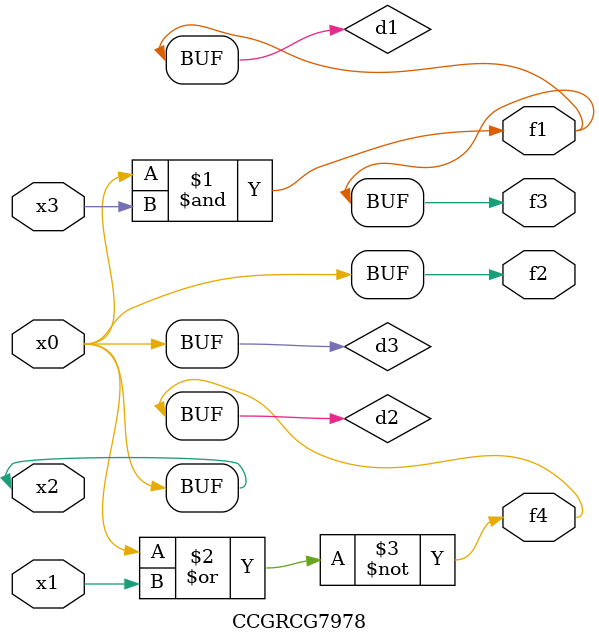
<source format=v>
module CCGRCG7978(
	input x0, x1, x2, x3,
	output f1, f2, f3, f4
);

	wire d1, d2, d3;

	and (d1, x2, x3);
	nor (d2, x0, x1);
	buf (d3, x0, x2);
	assign f1 = d1;
	assign f2 = d3;
	assign f3 = d1;
	assign f4 = d2;
endmodule

</source>
